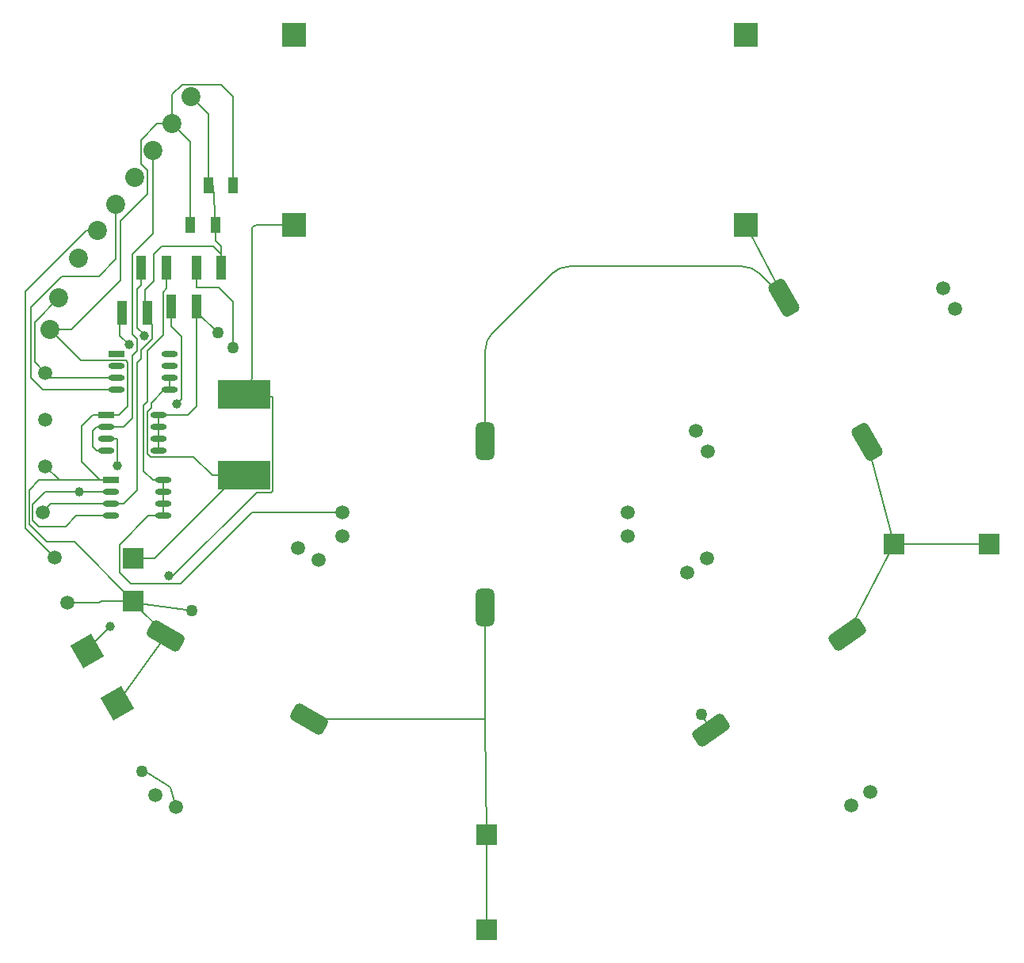
<source format=gtl>
G04 Layer_Physical_Order=1*
G04 Layer_Color=255*
%FSLAX42Y42*%
%MOMM*%
G71*
G01*
G75*
%ADD10C,0.20*%
G04:AMPARAMS|DCode=11|XSize=4mm|YSize=2mm|CornerRadius=0.5mm|HoleSize=0mm|Usage=FLASHONLY|Rotation=35.000|XOffset=0mm|YOffset=0mm|HoleType=Round|Shape=RoundedRectangle|*
%AMROUNDEDRECTD11*
21,1,4.00,1.00,0,0,35.0*
21,1,3.00,2.00,0,0,35.0*
1,1,1.00,1.52,0.45*
1,1,1.00,-0.94,-1.27*
1,1,1.00,-1.52,-0.45*
1,1,1.00,0.94,1.27*
%
%ADD11ROUNDEDRECTD11*%
G04:AMPARAMS|DCode=12|XSize=4mm|YSize=2mm|CornerRadius=0.5mm|HoleSize=0mm|Usage=FLASHONLY|Rotation=120.000|XOffset=0mm|YOffset=0mm|HoleType=Round|Shape=RoundedRectangle|*
%AMROUNDEDRECTD12*
21,1,4.00,1.00,0,0,120.0*
21,1,3.00,2.00,0,0,120.0*
1,1,1.00,-0.32,1.55*
1,1,1.00,1.18,-1.05*
1,1,1.00,0.32,-1.55*
1,1,1.00,-1.18,1.05*
%
%ADD12ROUNDEDRECTD12*%
%ADD13R,1.10X2.60*%
%ADD14R,1.10X1.70*%
G04:AMPARAMS|DCode=15|XSize=4mm|YSize=2mm|CornerRadius=0.5mm|HoleSize=0mm|Usage=FLASHONLY|Rotation=90.000|XOffset=0mm|YOffset=0mm|HoleType=Round|Shape=RoundedRectangle|*
%AMROUNDEDRECTD15*
21,1,4.00,1.00,0,0,90.0*
21,1,3.00,2.00,0,0,90.0*
1,1,1.00,0.50,1.50*
1,1,1.00,0.50,-1.50*
1,1,1.00,-0.50,-1.50*
1,1,1.00,-0.50,1.50*
%
%ADD15ROUNDEDRECTD15*%
%ADD16O,1.75X0.67*%
%ADD17R,1.75X0.67*%
G04:AMPARAMS|DCode=18|XSize=4mm|YSize=2mm|CornerRadius=0.5mm|HoleSize=0mm|Usage=FLASHONLY|Rotation=330.000|XOffset=0mm|YOffset=0mm|HoleType=Round|Shape=RoundedRectangle|*
%AMROUNDEDRECTD18*
21,1,4.00,1.00,0,0,330.0*
21,1,3.00,2.00,0,0,330.0*
1,1,1.00,1.05,-1.18*
1,1,1.00,-1.55,0.32*
1,1,1.00,-1.05,1.18*
1,1,1.00,1.55,-0.32*
%
%ADD18ROUNDEDRECTD18*%
%ADD19R,2.30X2.30*%
G04:AMPARAMS|DCode=20|XSize=2.77mm|YSize=2.55mm|CornerRadius=0mm|HoleSize=0mm|Usage=FLASHONLY|Rotation=120.000|XOffset=0mm|YOffset=0mm|HoleType=Round|Shape=Rectangle|*
%AMROTATEDRECTD20*
4,1,4,1.80,-0.56,-0.41,-1.84,-1.80,0.56,0.41,1.84,1.80,-0.56,0.0*
%
%ADD20ROTATEDRECTD20*%

%ADD21R,5.59X3.05*%
%ADD22C,2.03*%
%ADD23C,1.50*%
%ADD24R,2.29X2.29*%
%ADD25R,2.29X2.29*%
%ADD26R,2.54X2.54*%
%ADD27C,1.52*%
%ADD28C,1.00*%
%ADD29C,1.27*%
D10*
X13214Y14912D02*
G03*
X13034Y14986I-180J-180D01*
G01*
X11180D02*
G03*
X11000Y14912I0J-254D01*
G01*
X10361Y14273D02*
G03*
X10287Y14093I180J-180D01*
G01*
X7859Y15430D02*
G03*
X7798Y15405I0J-87D01*
G01*
X7723Y13634D02*
G03*
X7798Y13814I-180J180D01*
G01*
X6515Y14263D02*
Y15116D01*
X6570Y14331D02*
X6642Y14258D01*
X6515Y14263D02*
X6565Y14214D01*
Y14086D02*
Y14214D01*
X6642Y14249D02*
Y14258D01*
X6606Y14089D02*
X6725Y14208D01*
Y14371D01*
X5588Y12573D02*
X5946D01*
X6655Y14371D02*
X6725D01*
X6655D02*
Y14732D01*
X14152Y11051D02*
X14656Y12014D01*
X13214Y14912D02*
X13475Y14651D01*
X11180Y14986D02*
X13034D01*
X10361Y14273D02*
X11000Y14912D01*
X10287Y13119D02*
Y14093D01*
X13068Y15430D02*
X13475Y14651D01*
X13391Y14618D02*
Y14618D01*
Y14618D02*
X13391Y14618D01*
X13399Y14600D01*
X10300Y7899D02*
Y8915D01*
X10287Y10104D02*
X10300Y8915D01*
Y7823D02*
Y7899D01*
X10287Y10147D02*
Y11341D01*
Y10104D02*
Y10147D01*
X8407D02*
X10287D01*
X14364Y13111D02*
X14656Y12014D01*
X6359Y10313D02*
X6868Y11036D01*
X7859Y15430D02*
X8242D01*
X7798Y13814D02*
Y15405D01*
X7709Y13619D02*
X7723Y13634D01*
X6617Y9589D02*
X6629Y9601D01*
X6921Y9423D01*
X6985Y9208D01*
X6497Y11595D02*
X7036D01*
X7798Y12357D01*
X6380Y11712D02*
X6497Y11595D01*
X7844Y12568D02*
X8001D01*
X6952Y11676D02*
X7844Y12568D01*
X8019Y12586D02*
Y13594D01*
X8001Y12568D02*
X8019Y12586D01*
X6906Y11676D02*
X6952D01*
X7518Y12624D02*
Y12751D01*
X6756Y11862D02*
X7518Y12624D01*
X6528Y11862D02*
X6756D01*
X6183Y11412D02*
X6528D01*
Y11394D02*
X7150Y11303D01*
X12598Y10198D02*
X12696Y10031D01*
X14656Y12014D02*
X15672D01*
X7198Y14765D02*
X7435D01*
X7595Y14605D01*
Y14122D02*
Y14605D01*
X7201Y13492D02*
Y14503D01*
Y14554D01*
Y14503D02*
X7429Y14275D01*
X7468Y15118D02*
Y15202D01*
X5735Y12700D02*
X6170D01*
X6287D01*
X5515D02*
X5735D01*
X7518Y12751D02*
X7709D01*
X7369D02*
X7518D01*
X7404Y15265D02*
Y15430D01*
Y15265D02*
X7468Y15202D01*
X7325Y15850D02*
Y16615D01*
X7142Y16798D02*
X7325Y16615D01*
Y15850D02*
X7384D01*
X7404Y15430D01*
X5644Y13792D02*
X6350D01*
X5588Y13848D02*
X5644Y13792D01*
X6236Y13145D02*
X6355D01*
Y12860D02*
Y13145D01*
X5648Y12446D02*
X6287D01*
X5560Y12358D02*
X5648Y12446D01*
X6027Y15369D02*
X6145D01*
X5373Y14715D02*
X6027Y15369D01*
X5373Y12191D02*
Y14715D01*
Y12191D02*
X5690Y11875D01*
X7134Y15430D02*
Y16318D01*
X6941Y16511D02*
X7134Y16318D01*
X5639Y14313D02*
X5865D01*
X6391Y14839D01*
Y15476D01*
X6673Y15758D01*
Y16015D01*
X6607Y16081D02*
X6673Y16015D01*
X6607Y16081D02*
Y16340D01*
X6777Y16511D01*
X6941D01*
X6037Y10871D02*
Y10896D01*
X6279Y11138D01*
X7709Y13619D02*
X8019Y13594D01*
X7168Y12951D02*
X7369Y12751D01*
X6708Y12951D02*
X7168D01*
X6678Y12981D02*
X6708Y12951D01*
X6678Y12981D02*
Y13435D01*
X6716Y13472D01*
Y13526D01*
X6855Y13665D01*
X6910D01*
X7198Y14765D02*
Y14973D01*
X6385Y14248D02*
X6485Y14148D01*
X6385Y14248D02*
Y14491D01*
X6688Y12319D02*
X6846D01*
X6380Y12012D02*
X6688Y12319D01*
X6380Y11712D02*
Y12012D01*
X7798Y12357D02*
X8763D01*
X5946Y12573D02*
X6287D01*
X5453Y12438D02*
X5588Y12573D01*
X5453Y12273D02*
Y12438D01*
Y12273D02*
X5518Y12208D01*
X5808D01*
X5918Y12319D01*
X6287D01*
X6570Y14331D02*
Y14742D01*
X6613Y14785D01*
Y14973D01*
X6339Y15062D02*
Y15651D01*
X6158Y14881D02*
X6339Y15062D01*
X5761Y14881D02*
X6158D01*
X5431Y14551D02*
X5761Y14881D01*
X5431Y13797D02*
Y14551D01*
Y13797D02*
X5563Y13665D01*
X6350D01*
X7595Y15850D02*
Y16802D01*
X7465Y16932D02*
X7595Y16802D01*
X7048Y16932D02*
X7465D01*
X6941Y16825D02*
X7048Y16932D01*
X6941Y16511D02*
Y16825D01*
X6287Y12446D02*
X6421D01*
X6566Y12591D01*
Y13957D01*
X6606Y13997D01*
Y14089D01*
X6739Y12700D02*
X6846D01*
X6638Y12800D02*
X6739Y12700D01*
X6638Y12800D02*
Y13502D01*
X6678Y13541D01*
Y14082D01*
X6845Y14250D01*
Y14714D01*
X6883Y14752D01*
Y14973D01*
X6740Y15341D02*
Y16224D01*
X6515Y15116D02*
X6740Y15341D01*
X6515Y14037D02*
X6565Y14086D01*
X6515Y13365D02*
Y14037D01*
X6421Y13271D02*
X6515Y13365D01*
X6236Y13271D02*
X6421D01*
X5639Y14313D02*
X5969Y13983D01*
X6445D01*
X6468Y13960D01*
Y13492D02*
Y13960D01*
X6374Y13399D02*
X6468Y13492D01*
X6236Y13399D02*
X6374D01*
X5413Y12598D02*
X5515Y12700D01*
X5413Y12230D02*
Y12598D01*
Y12230D02*
X5601Y12042D01*
X5897D01*
X6528Y11412D01*
X7468Y14973D02*
Y15118D01*
X7384Y15202D02*
X7468Y15118D01*
X6833Y15202D02*
X7384D01*
X6749Y15118D02*
X6833Y15202D01*
X6749Y14826D02*
Y15118D01*
X6655Y14732D02*
X6749Y14826D01*
X5588Y12847D02*
X5735Y12700D01*
X6931Y14348D02*
Y14554D01*
Y14348D02*
X7041Y14238D01*
Y13571D02*
Y14238D01*
X6990Y13520D02*
X7041Y13571D01*
X6137Y13271D02*
X6236D01*
X6096Y13231D02*
X6137Y13271D01*
X6096Y13058D02*
Y13231D01*
Y13058D02*
X6137Y13018D01*
X6236D01*
X7107Y13399D02*
X7201Y13492D01*
X6796Y13399D02*
X7107D01*
X5974Y12896D02*
X6170Y12700D01*
X5974Y12896D02*
Y13277D01*
X6096Y13399D01*
X6236D01*
X5471Y13965D02*
X5588Y13848D01*
X5471Y13965D02*
Y14393D01*
X5730Y14651D01*
X6162Y11391D02*
X6183Y11412D01*
X5819Y11391D02*
X6162D01*
X6528Y11394D02*
Y11412D01*
Y11394D02*
X6868Y11054D01*
Y11036D02*
Y11054D01*
X6910Y13665D02*
Y13792D01*
X6796Y13271D02*
Y13399D01*
Y13145D02*
Y13271D01*
Y13018D02*
Y13145D01*
X6846Y12573D02*
Y12700D01*
Y12446D02*
Y12573D01*
Y12319D02*
Y12446D01*
D11*
X12696Y10031D02*
D03*
X14152Y11051D02*
D03*
D12*
X14364Y13111D02*
D03*
X13475Y14651D02*
D03*
D13*
X7198Y14973D02*
D03*
X7468D02*
D03*
X6405Y14491D02*
D03*
X6675D02*
D03*
X6613Y14973D02*
D03*
X6883D02*
D03*
X6931Y14554D02*
D03*
X7201D02*
D03*
D14*
X7404Y15430D02*
D03*
X7134D02*
D03*
X7595Y15850D02*
D03*
X7325D02*
D03*
D15*
X10287Y11341D02*
D03*
Y13119D02*
D03*
D16*
X6846Y12319D02*
D03*
Y12446D02*
D03*
Y12573D02*
D03*
Y12700D02*
D03*
X6287Y12319D02*
D03*
Y12446D02*
D03*
Y12573D02*
D03*
X6796Y13018D02*
D03*
Y13145D02*
D03*
Y13271D02*
D03*
Y13399D02*
D03*
X6236Y13018D02*
D03*
Y13145D02*
D03*
Y13271D02*
D03*
X6910Y13665D02*
D03*
Y13792D02*
D03*
Y13919D02*
D03*
Y14046D02*
D03*
X6350Y13665D02*
D03*
Y13792D02*
D03*
Y13919D02*
D03*
D17*
X6287Y12700D02*
D03*
X6236Y13399D02*
D03*
X6350Y14046D02*
D03*
D18*
X6868Y11036D02*
D03*
X8407Y10147D02*
D03*
D19*
X6528Y11862D02*
D03*
Y11412D02*
D03*
D20*
X6359Y10313D02*
D03*
X6037Y10871D02*
D03*
D21*
X7709Y12751D02*
D03*
Y13619D02*
D03*
D22*
X5939Y15076D02*
D03*
X7142Y16798D02*
D03*
X6941Y16511D02*
D03*
X6740Y16224D02*
D03*
X6540Y15938D02*
D03*
X6339Y15651D02*
D03*
X6145Y15369D02*
D03*
X5639Y14313D02*
D03*
X5730Y14651D02*
D03*
D23*
X14402Y9365D02*
D03*
X14194Y9220D02*
D03*
X12654Y11862D02*
D03*
X12446Y11717D02*
D03*
X15176Y14753D02*
D03*
X15303Y14533D02*
D03*
X12536Y13229D02*
D03*
X12663Y13009D02*
D03*
X11811Y12357D02*
D03*
Y12103D02*
D03*
X8763Y12357D02*
D03*
Y12103D02*
D03*
X6985Y9208D02*
D03*
X6766Y9335D02*
D03*
X8509Y11848D02*
D03*
X8290Y11975D02*
D03*
D24*
X10300Y8915D02*
D03*
Y7899D02*
D03*
D25*
X14656Y12014D02*
D03*
X15672D02*
D03*
D26*
X13068Y17462D02*
D03*
Y15430D02*
D03*
X8242D02*
D03*
Y17462D02*
D03*
D27*
X5588Y13848D02*
D03*
Y13348D02*
D03*
Y12847D02*
D03*
X5560Y12358D02*
D03*
X5690Y11875D02*
D03*
X5819Y11391D02*
D03*
D28*
X6642Y14249D02*
D03*
X5946Y12573D02*
D03*
X6355Y12860D02*
D03*
X6279Y11138D02*
D03*
X6906Y11676D02*
D03*
X6485Y14148D02*
D03*
X6990Y13520D02*
D03*
D29*
X6617Y9589D02*
D03*
X7150Y11303D02*
D03*
X12598Y10198D02*
D03*
X7595Y14122D02*
D03*
X7429Y14275D02*
D03*
M02*

</source>
